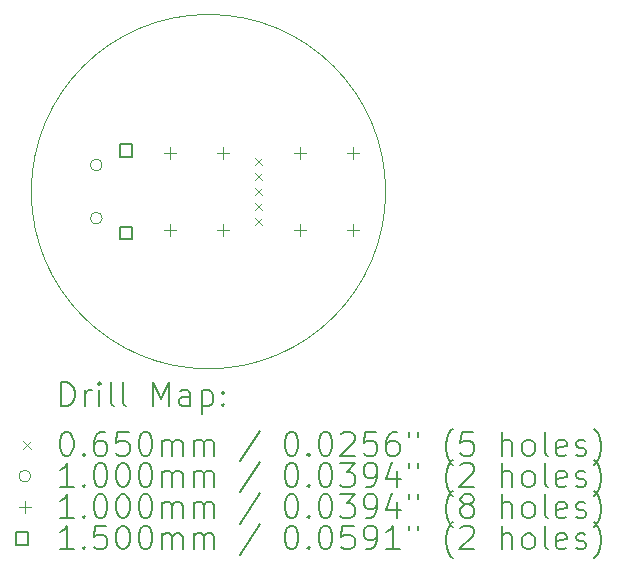
<source format=gbr>
%TF.GenerationSoftware,KiCad,Pcbnew,6.0.11-2627ca5db0~126~ubuntu22.04.1*%
%TF.CreationDate,2024-02-04T10:42:47-08:00*%
%TF.ProjectId,stick-switch,73746963-6b2d-4737-9769-7463682e6b69,rev?*%
%TF.SameCoordinates,Original*%
%TF.FileFunction,Drillmap*%
%TF.FilePolarity,Positive*%
%FSLAX45Y45*%
G04 Gerber Fmt 4.5, Leading zero omitted, Abs format (unit mm)*
G04 Created by KiCad (PCBNEW 6.0.11-2627ca5db0~126~ubuntu22.04.1) date 2024-02-04 10:42:47*
%MOMM*%
%LPD*%
G01*
G04 APERTURE LIST*
%ADD10C,0.100000*%
%ADD11C,0.200000*%
%ADD12C,0.065000*%
%ADD13C,0.099999*%
%ADD14C,0.150012*%
G04 APERTURE END LIST*
D10*
X1500000Y0D02*
G75*
G03*
X1500000Y0I-1500000J0D01*
G01*
D11*
D12*
X392500Y286500D02*
X457500Y221500D01*
X457500Y286500D02*
X392500Y221500D01*
X392500Y159500D02*
X457500Y94500D01*
X457500Y159500D02*
X392500Y94500D01*
X392500Y32500D02*
X457500Y-32500D01*
X457500Y32500D02*
X392500Y-32500D01*
X392500Y-94500D02*
X457500Y-159500D01*
X457500Y-94500D02*
X392500Y-159500D01*
X392500Y-221500D02*
X457500Y-286500D01*
X457500Y-221500D02*
X392500Y-286500D01*
D13*
X-900000Y225000D02*
G75*
G03*
X-900000Y225000I-50000J0D01*
G01*
X-900000Y-225000D02*
G75*
G03*
X-900000Y-225000I-50000J0D01*
G01*
D10*
X-325000Y375000D02*
X-325000Y275000D01*
X-375000Y325000D02*
X-275000Y325000D01*
X-325000Y-275000D02*
X-325000Y-375000D01*
X-375000Y-325000D02*
X-275000Y-325000D01*
X125000Y375000D02*
X125000Y275000D01*
X75000Y325000D02*
X175000Y325000D01*
X125000Y-275000D02*
X125000Y-375000D01*
X75000Y-325000D02*
X175000Y-325000D01*
X775000Y375000D02*
X775000Y275000D01*
X725000Y325000D02*
X825000Y325000D01*
X775000Y-275000D02*
X775000Y-375000D01*
X725000Y-325000D02*
X825000Y-325000D01*
X1225000Y375000D02*
X1225000Y275000D01*
X1175000Y325000D02*
X1275000Y325000D01*
X1225000Y-275000D02*
X1225000Y-375000D01*
X1175000Y-325000D02*
X1275000Y-325000D01*
D14*
X-646962Y296962D02*
X-646962Y403038D01*
X-753038Y403038D01*
X-753038Y296962D01*
X-646962Y296962D01*
X-646962Y-403038D02*
X-646962Y-296962D01*
X-753038Y-296962D01*
X-753038Y-403038D01*
X-646962Y-403038D01*
D11*
X-1247381Y-1815476D02*
X-1247381Y-1615476D01*
X-1199762Y-1615476D01*
X-1171190Y-1625000D01*
X-1152143Y-1644048D01*
X-1142619Y-1663095D01*
X-1133095Y-1701190D01*
X-1133095Y-1729762D01*
X-1142619Y-1767857D01*
X-1152143Y-1786905D01*
X-1171190Y-1805952D01*
X-1199762Y-1815476D01*
X-1247381Y-1815476D01*
X-1047381Y-1815476D02*
X-1047381Y-1682143D01*
X-1047381Y-1720238D02*
X-1037857Y-1701190D01*
X-1028333Y-1691667D01*
X-1009286Y-1682143D01*
X-990238Y-1682143D01*
X-923571Y-1815476D02*
X-923571Y-1682143D01*
X-923571Y-1615476D02*
X-933095Y-1625000D01*
X-923571Y-1634524D01*
X-914048Y-1625000D01*
X-923571Y-1615476D01*
X-923571Y-1634524D01*
X-799762Y-1815476D02*
X-818809Y-1805952D01*
X-828333Y-1786905D01*
X-828333Y-1615476D01*
X-695000Y-1815476D02*
X-714048Y-1805952D01*
X-723571Y-1786905D01*
X-723571Y-1615476D01*
X-466428Y-1815476D02*
X-466428Y-1615476D01*
X-399762Y-1758333D01*
X-333095Y-1615476D01*
X-333095Y-1815476D01*
X-152143Y-1815476D02*
X-152143Y-1710714D01*
X-161667Y-1691667D01*
X-180714Y-1682143D01*
X-218809Y-1682143D01*
X-237857Y-1691667D01*
X-152143Y-1805952D02*
X-171190Y-1815476D01*
X-218809Y-1815476D01*
X-237857Y-1805952D01*
X-247381Y-1786905D01*
X-247381Y-1767857D01*
X-237857Y-1748809D01*
X-218809Y-1739286D01*
X-171190Y-1739286D01*
X-152143Y-1729762D01*
X-56905Y-1682143D02*
X-56905Y-1882143D01*
X-56905Y-1691667D02*
X-37857Y-1682143D01*
X238Y-1682143D01*
X19286Y-1691667D01*
X28809Y-1701190D01*
X38333Y-1720238D01*
X38333Y-1777381D01*
X28809Y-1796428D01*
X19286Y-1805952D01*
X238Y-1815476D01*
X-37857Y-1815476D01*
X-56905Y-1805952D01*
X124048Y-1796428D02*
X133571Y-1805952D01*
X124048Y-1815476D01*
X114524Y-1805952D01*
X124048Y-1796428D01*
X124048Y-1815476D01*
X124048Y-1691667D02*
X133571Y-1701190D01*
X124048Y-1710714D01*
X114524Y-1701190D01*
X124048Y-1691667D01*
X124048Y-1710714D01*
D12*
X-1570000Y-2112500D02*
X-1505000Y-2177500D01*
X-1505000Y-2112500D02*
X-1570000Y-2177500D01*
D11*
X-1209286Y-2035476D02*
X-1190238Y-2035476D01*
X-1171190Y-2045000D01*
X-1161667Y-2054524D01*
X-1152143Y-2073571D01*
X-1142619Y-2111667D01*
X-1142619Y-2159286D01*
X-1152143Y-2197381D01*
X-1161667Y-2216429D01*
X-1171190Y-2225952D01*
X-1190238Y-2235476D01*
X-1209286Y-2235476D01*
X-1228333Y-2225952D01*
X-1237857Y-2216429D01*
X-1247381Y-2197381D01*
X-1256905Y-2159286D01*
X-1256905Y-2111667D01*
X-1247381Y-2073571D01*
X-1237857Y-2054524D01*
X-1228333Y-2045000D01*
X-1209286Y-2035476D01*
X-1056905Y-2216429D02*
X-1047381Y-2225952D01*
X-1056905Y-2235476D01*
X-1066429Y-2225952D01*
X-1056905Y-2216429D01*
X-1056905Y-2235476D01*
X-875952Y-2035476D02*
X-914048Y-2035476D01*
X-933095Y-2045000D01*
X-942619Y-2054524D01*
X-961667Y-2083095D01*
X-971190Y-2121190D01*
X-971190Y-2197381D01*
X-961667Y-2216429D01*
X-952143Y-2225952D01*
X-933095Y-2235476D01*
X-895000Y-2235476D01*
X-875952Y-2225952D01*
X-866428Y-2216429D01*
X-856905Y-2197381D01*
X-856905Y-2149762D01*
X-866428Y-2130714D01*
X-875952Y-2121190D01*
X-895000Y-2111667D01*
X-933095Y-2111667D01*
X-952143Y-2121190D01*
X-961667Y-2130714D01*
X-971190Y-2149762D01*
X-675952Y-2035476D02*
X-771190Y-2035476D01*
X-780714Y-2130714D01*
X-771190Y-2121190D01*
X-752143Y-2111667D01*
X-704524Y-2111667D01*
X-685476Y-2121190D01*
X-675952Y-2130714D01*
X-666429Y-2149762D01*
X-666429Y-2197381D01*
X-675952Y-2216429D01*
X-685476Y-2225952D01*
X-704524Y-2235476D01*
X-752143Y-2235476D01*
X-771190Y-2225952D01*
X-780714Y-2216429D01*
X-542619Y-2035476D02*
X-523571Y-2035476D01*
X-504524Y-2045000D01*
X-495000Y-2054524D01*
X-485476Y-2073571D01*
X-475952Y-2111667D01*
X-475952Y-2159286D01*
X-485476Y-2197381D01*
X-495000Y-2216429D01*
X-504524Y-2225952D01*
X-523571Y-2235476D01*
X-542619Y-2235476D01*
X-561667Y-2225952D01*
X-571190Y-2216429D01*
X-580714Y-2197381D01*
X-590238Y-2159286D01*
X-590238Y-2111667D01*
X-580714Y-2073571D01*
X-571190Y-2054524D01*
X-561667Y-2045000D01*
X-542619Y-2035476D01*
X-390238Y-2235476D02*
X-390238Y-2102143D01*
X-390238Y-2121190D02*
X-380714Y-2111667D01*
X-361667Y-2102143D01*
X-333095Y-2102143D01*
X-314048Y-2111667D01*
X-304524Y-2130714D01*
X-304524Y-2235476D01*
X-304524Y-2130714D02*
X-295000Y-2111667D01*
X-275952Y-2102143D01*
X-247381Y-2102143D01*
X-228333Y-2111667D01*
X-218809Y-2130714D01*
X-218809Y-2235476D01*
X-123571Y-2235476D02*
X-123571Y-2102143D01*
X-123571Y-2121190D02*
X-114048Y-2111667D01*
X-95000Y-2102143D01*
X-66429Y-2102143D01*
X-47381Y-2111667D01*
X-37857Y-2130714D01*
X-37857Y-2235476D01*
X-37857Y-2130714D02*
X-28333Y-2111667D01*
X-9286Y-2102143D01*
X19286Y-2102143D01*
X38333Y-2111667D01*
X47857Y-2130714D01*
X47857Y-2235476D01*
X438333Y-2025952D02*
X266905Y-2283095D01*
X695476Y-2035476D02*
X714524Y-2035476D01*
X733571Y-2045000D01*
X743095Y-2054524D01*
X752619Y-2073571D01*
X762143Y-2111667D01*
X762143Y-2159286D01*
X752619Y-2197381D01*
X743095Y-2216429D01*
X733571Y-2225952D01*
X714524Y-2235476D01*
X695476Y-2235476D01*
X676429Y-2225952D01*
X666905Y-2216429D01*
X657381Y-2197381D01*
X647857Y-2159286D01*
X647857Y-2111667D01*
X657381Y-2073571D01*
X666905Y-2054524D01*
X676429Y-2045000D01*
X695476Y-2035476D01*
X847857Y-2216429D02*
X857381Y-2225952D01*
X847857Y-2235476D01*
X838333Y-2225952D01*
X847857Y-2216429D01*
X847857Y-2235476D01*
X981190Y-2035476D02*
X1000238Y-2035476D01*
X1019286Y-2045000D01*
X1028809Y-2054524D01*
X1038333Y-2073571D01*
X1047857Y-2111667D01*
X1047857Y-2159286D01*
X1038333Y-2197381D01*
X1028809Y-2216429D01*
X1019286Y-2225952D01*
X1000238Y-2235476D01*
X981190Y-2235476D01*
X962143Y-2225952D01*
X952619Y-2216429D01*
X943095Y-2197381D01*
X933571Y-2159286D01*
X933571Y-2111667D01*
X943095Y-2073571D01*
X952619Y-2054524D01*
X962143Y-2045000D01*
X981190Y-2035476D01*
X1124048Y-2054524D02*
X1133571Y-2045000D01*
X1152619Y-2035476D01*
X1200238Y-2035476D01*
X1219286Y-2045000D01*
X1228810Y-2054524D01*
X1238333Y-2073571D01*
X1238333Y-2092619D01*
X1228810Y-2121190D01*
X1114524Y-2235476D01*
X1238333Y-2235476D01*
X1419286Y-2035476D02*
X1324048Y-2035476D01*
X1314524Y-2130714D01*
X1324048Y-2121190D01*
X1343095Y-2111667D01*
X1390714Y-2111667D01*
X1409762Y-2121190D01*
X1419286Y-2130714D01*
X1428809Y-2149762D01*
X1428809Y-2197381D01*
X1419286Y-2216429D01*
X1409762Y-2225952D01*
X1390714Y-2235476D01*
X1343095Y-2235476D01*
X1324048Y-2225952D01*
X1314524Y-2216429D01*
X1600238Y-2035476D02*
X1562143Y-2035476D01*
X1543095Y-2045000D01*
X1533571Y-2054524D01*
X1514524Y-2083095D01*
X1505000Y-2121190D01*
X1505000Y-2197381D01*
X1514524Y-2216429D01*
X1524048Y-2225952D01*
X1543095Y-2235476D01*
X1581190Y-2235476D01*
X1600238Y-2225952D01*
X1609762Y-2216429D01*
X1619286Y-2197381D01*
X1619286Y-2149762D01*
X1609762Y-2130714D01*
X1600238Y-2121190D01*
X1581190Y-2111667D01*
X1543095Y-2111667D01*
X1524048Y-2121190D01*
X1514524Y-2130714D01*
X1505000Y-2149762D01*
X1695476Y-2035476D02*
X1695476Y-2073571D01*
X1771667Y-2035476D02*
X1771667Y-2073571D01*
X2066905Y-2311667D02*
X2057381Y-2302143D01*
X2038333Y-2273571D01*
X2028809Y-2254524D01*
X2019286Y-2225952D01*
X2009762Y-2178333D01*
X2009762Y-2140238D01*
X2019286Y-2092619D01*
X2028809Y-2064048D01*
X2038333Y-2045000D01*
X2057381Y-2016428D01*
X2066905Y-2006905D01*
X2238333Y-2035476D02*
X2143095Y-2035476D01*
X2133571Y-2130714D01*
X2143095Y-2121190D01*
X2162143Y-2111667D01*
X2209762Y-2111667D01*
X2228810Y-2121190D01*
X2238333Y-2130714D01*
X2247857Y-2149762D01*
X2247857Y-2197381D01*
X2238333Y-2216429D01*
X2228810Y-2225952D01*
X2209762Y-2235476D01*
X2162143Y-2235476D01*
X2143095Y-2225952D01*
X2133571Y-2216429D01*
X2485952Y-2235476D02*
X2485952Y-2035476D01*
X2571667Y-2235476D02*
X2571667Y-2130714D01*
X2562143Y-2111667D01*
X2543095Y-2102143D01*
X2514524Y-2102143D01*
X2495476Y-2111667D01*
X2485952Y-2121190D01*
X2695476Y-2235476D02*
X2676429Y-2225952D01*
X2666905Y-2216429D01*
X2657381Y-2197381D01*
X2657381Y-2140238D01*
X2666905Y-2121190D01*
X2676429Y-2111667D01*
X2695476Y-2102143D01*
X2724048Y-2102143D01*
X2743095Y-2111667D01*
X2752619Y-2121190D01*
X2762143Y-2140238D01*
X2762143Y-2197381D01*
X2752619Y-2216429D01*
X2743095Y-2225952D01*
X2724048Y-2235476D01*
X2695476Y-2235476D01*
X2876428Y-2235476D02*
X2857381Y-2225952D01*
X2847857Y-2206905D01*
X2847857Y-2035476D01*
X3028809Y-2225952D02*
X3009762Y-2235476D01*
X2971667Y-2235476D01*
X2952619Y-2225952D01*
X2943095Y-2206905D01*
X2943095Y-2130714D01*
X2952619Y-2111667D01*
X2971667Y-2102143D01*
X3009762Y-2102143D01*
X3028809Y-2111667D01*
X3038333Y-2130714D01*
X3038333Y-2149762D01*
X2943095Y-2168810D01*
X3114524Y-2225952D02*
X3133571Y-2235476D01*
X3171667Y-2235476D01*
X3190714Y-2225952D01*
X3200238Y-2206905D01*
X3200238Y-2197381D01*
X3190714Y-2178333D01*
X3171667Y-2168810D01*
X3143095Y-2168810D01*
X3124048Y-2159286D01*
X3114524Y-2140238D01*
X3114524Y-2130714D01*
X3124048Y-2111667D01*
X3143095Y-2102143D01*
X3171667Y-2102143D01*
X3190714Y-2111667D01*
X3266905Y-2311667D02*
X3276428Y-2302143D01*
X3295476Y-2273571D01*
X3305000Y-2254524D01*
X3314524Y-2225952D01*
X3324048Y-2178333D01*
X3324048Y-2140238D01*
X3314524Y-2092619D01*
X3305000Y-2064048D01*
X3295476Y-2045000D01*
X3276428Y-2016428D01*
X3266905Y-2006905D01*
D13*
X-1505000Y-2409000D02*
G75*
G03*
X-1505000Y-2409000I-50000J0D01*
G01*
D11*
X-1142619Y-2499476D02*
X-1256905Y-2499476D01*
X-1199762Y-2499476D02*
X-1199762Y-2299476D01*
X-1218810Y-2328048D01*
X-1237857Y-2347095D01*
X-1256905Y-2356619D01*
X-1056905Y-2480429D02*
X-1047381Y-2489952D01*
X-1056905Y-2499476D01*
X-1066429Y-2489952D01*
X-1056905Y-2480429D01*
X-1056905Y-2499476D01*
X-923571Y-2299476D02*
X-904524Y-2299476D01*
X-885476Y-2309000D01*
X-875952Y-2318524D01*
X-866428Y-2337571D01*
X-856905Y-2375667D01*
X-856905Y-2423286D01*
X-866428Y-2461381D01*
X-875952Y-2480429D01*
X-885476Y-2489952D01*
X-904524Y-2499476D01*
X-923571Y-2499476D01*
X-942619Y-2489952D01*
X-952143Y-2480429D01*
X-961667Y-2461381D01*
X-971190Y-2423286D01*
X-971190Y-2375667D01*
X-961667Y-2337571D01*
X-952143Y-2318524D01*
X-942619Y-2309000D01*
X-923571Y-2299476D01*
X-733095Y-2299476D02*
X-714048Y-2299476D01*
X-695000Y-2309000D01*
X-685476Y-2318524D01*
X-675952Y-2337571D01*
X-666429Y-2375667D01*
X-666429Y-2423286D01*
X-675952Y-2461381D01*
X-685476Y-2480429D01*
X-695000Y-2489952D01*
X-714048Y-2499476D01*
X-733095Y-2499476D01*
X-752143Y-2489952D01*
X-761667Y-2480429D01*
X-771190Y-2461381D01*
X-780714Y-2423286D01*
X-780714Y-2375667D01*
X-771190Y-2337571D01*
X-761667Y-2318524D01*
X-752143Y-2309000D01*
X-733095Y-2299476D01*
X-542619Y-2299476D02*
X-523571Y-2299476D01*
X-504524Y-2309000D01*
X-495000Y-2318524D01*
X-485476Y-2337571D01*
X-475952Y-2375667D01*
X-475952Y-2423286D01*
X-485476Y-2461381D01*
X-495000Y-2480429D01*
X-504524Y-2489952D01*
X-523571Y-2499476D01*
X-542619Y-2499476D01*
X-561667Y-2489952D01*
X-571190Y-2480429D01*
X-580714Y-2461381D01*
X-590238Y-2423286D01*
X-590238Y-2375667D01*
X-580714Y-2337571D01*
X-571190Y-2318524D01*
X-561667Y-2309000D01*
X-542619Y-2299476D01*
X-390238Y-2499476D02*
X-390238Y-2366143D01*
X-390238Y-2385190D02*
X-380714Y-2375667D01*
X-361667Y-2366143D01*
X-333095Y-2366143D01*
X-314048Y-2375667D01*
X-304524Y-2394714D01*
X-304524Y-2499476D01*
X-304524Y-2394714D02*
X-295000Y-2375667D01*
X-275952Y-2366143D01*
X-247381Y-2366143D01*
X-228333Y-2375667D01*
X-218809Y-2394714D01*
X-218809Y-2499476D01*
X-123571Y-2499476D02*
X-123571Y-2366143D01*
X-123571Y-2385190D02*
X-114048Y-2375667D01*
X-95000Y-2366143D01*
X-66429Y-2366143D01*
X-47381Y-2375667D01*
X-37857Y-2394714D01*
X-37857Y-2499476D01*
X-37857Y-2394714D02*
X-28333Y-2375667D01*
X-9286Y-2366143D01*
X19286Y-2366143D01*
X38333Y-2375667D01*
X47857Y-2394714D01*
X47857Y-2499476D01*
X438333Y-2289952D02*
X266905Y-2547095D01*
X695476Y-2299476D02*
X714524Y-2299476D01*
X733571Y-2309000D01*
X743095Y-2318524D01*
X752619Y-2337571D01*
X762143Y-2375667D01*
X762143Y-2423286D01*
X752619Y-2461381D01*
X743095Y-2480429D01*
X733571Y-2489952D01*
X714524Y-2499476D01*
X695476Y-2499476D01*
X676429Y-2489952D01*
X666905Y-2480429D01*
X657381Y-2461381D01*
X647857Y-2423286D01*
X647857Y-2375667D01*
X657381Y-2337571D01*
X666905Y-2318524D01*
X676429Y-2309000D01*
X695476Y-2299476D01*
X847857Y-2480429D02*
X857381Y-2489952D01*
X847857Y-2499476D01*
X838333Y-2489952D01*
X847857Y-2480429D01*
X847857Y-2499476D01*
X981190Y-2299476D02*
X1000238Y-2299476D01*
X1019286Y-2309000D01*
X1028809Y-2318524D01*
X1038333Y-2337571D01*
X1047857Y-2375667D01*
X1047857Y-2423286D01*
X1038333Y-2461381D01*
X1028809Y-2480429D01*
X1019286Y-2489952D01*
X1000238Y-2499476D01*
X981190Y-2499476D01*
X962143Y-2489952D01*
X952619Y-2480429D01*
X943095Y-2461381D01*
X933571Y-2423286D01*
X933571Y-2375667D01*
X943095Y-2337571D01*
X952619Y-2318524D01*
X962143Y-2309000D01*
X981190Y-2299476D01*
X1114524Y-2299476D02*
X1238333Y-2299476D01*
X1171667Y-2375667D01*
X1200238Y-2375667D01*
X1219286Y-2385190D01*
X1228810Y-2394714D01*
X1238333Y-2413762D01*
X1238333Y-2461381D01*
X1228810Y-2480429D01*
X1219286Y-2489952D01*
X1200238Y-2499476D01*
X1143095Y-2499476D01*
X1124048Y-2489952D01*
X1114524Y-2480429D01*
X1333571Y-2499476D02*
X1371667Y-2499476D01*
X1390714Y-2489952D01*
X1400238Y-2480429D01*
X1419286Y-2451857D01*
X1428809Y-2413762D01*
X1428809Y-2337571D01*
X1419286Y-2318524D01*
X1409762Y-2309000D01*
X1390714Y-2299476D01*
X1352619Y-2299476D01*
X1333571Y-2309000D01*
X1324048Y-2318524D01*
X1314524Y-2337571D01*
X1314524Y-2385190D01*
X1324048Y-2404238D01*
X1333571Y-2413762D01*
X1352619Y-2423286D01*
X1390714Y-2423286D01*
X1409762Y-2413762D01*
X1419286Y-2404238D01*
X1428809Y-2385190D01*
X1600238Y-2366143D02*
X1600238Y-2499476D01*
X1552619Y-2289952D02*
X1505000Y-2432810D01*
X1628809Y-2432810D01*
X1695476Y-2299476D02*
X1695476Y-2337571D01*
X1771667Y-2299476D02*
X1771667Y-2337571D01*
X2066905Y-2575667D02*
X2057381Y-2566143D01*
X2038333Y-2537571D01*
X2028809Y-2518524D01*
X2019286Y-2489952D01*
X2009762Y-2442333D01*
X2009762Y-2404238D01*
X2019286Y-2356619D01*
X2028809Y-2328048D01*
X2038333Y-2309000D01*
X2057381Y-2280429D01*
X2066905Y-2270905D01*
X2133571Y-2318524D02*
X2143095Y-2309000D01*
X2162143Y-2299476D01*
X2209762Y-2299476D01*
X2228810Y-2309000D01*
X2238333Y-2318524D01*
X2247857Y-2337571D01*
X2247857Y-2356619D01*
X2238333Y-2385190D01*
X2124048Y-2499476D01*
X2247857Y-2499476D01*
X2485952Y-2499476D02*
X2485952Y-2299476D01*
X2571667Y-2499476D02*
X2571667Y-2394714D01*
X2562143Y-2375667D01*
X2543095Y-2366143D01*
X2514524Y-2366143D01*
X2495476Y-2375667D01*
X2485952Y-2385190D01*
X2695476Y-2499476D02*
X2676429Y-2489952D01*
X2666905Y-2480429D01*
X2657381Y-2461381D01*
X2657381Y-2404238D01*
X2666905Y-2385190D01*
X2676429Y-2375667D01*
X2695476Y-2366143D01*
X2724048Y-2366143D01*
X2743095Y-2375667D01*
X2752619Y-2385190D01*
X2762143Y-2404238D01*
X2762143Y-2461381D01*
X2752619Y-2480429D01*
X2743095Y-2489952D01*
X2724048Y-2499476D01*
X2695476Y-2499476D01*
X2876428Y-2499476D02*
X2857381Y-2489952D01*
X2847857Y-2470905D01*
X2847857Y-2299476D01*
X3028809Y-2489952D02*
X3009762Y-2499476D01*
X2971667Y-2499476D01*
X2952619Y-2489952D01*
X2943095Y-2470905D01*
X2943095Y-2394714D01*
X2952619Y-2375667D01*
X2971667Y-2366143D01*
X3009762Y-2366143D01*
X3028809Y-2375667D01*
X3038333Y-2394714D01*
X3038333Y-2413762D01*
X2943095Y-2432810D01*
X3114524Y-2489952D02*
X3133571Y-2499476D01*
X3171667Y-2499476D01*
X3190714Y-2489952D01*
X3200238Y-2470905D01*
X3200238Y-2461381D01*
X3190714Y-2442333D01*
X3171667Y-2432810D01*
X3143095Y-2432810D01*
X3124048Y-2423286D01*
X3114524Y-2404238D01*
X3114524Y-2394714D01*
X3124048Y-2375667D01*
X3143095Y-2366143D01*
X3171667Y-2366143D01*
X3190714Y-2375667D01*
X3266905Y-2575667D02*
X3276428Y-2566143D01*
X3295476Y-2537571D01*
X3305000Y-2518524D01*
X3314524Y-2489952D01*
X3324048Y-2442333D01*
X3324048Y-2404238D01*
X3314524Y-2356619D01*
X3305000Y-2328048D01*
X3295476Y-2309000D01*
X3276428Y-2280429D01*
X3266905Y-2270905D01*
D10*
X-1555000Y-2623000D02*
X-1555000Y-2723000D01*
X-1605000Y-2673000D02*
X-1505000Y-2673000D01*
D11*
X-1142619Y-2763476D02*
X-1256905Y-2763476D01*
X-1199762Y-2763476D02*
X-1199762Y-2563476D01*
X-1218810Y-2592048D01*
X-1237857Y-2611095D01*
X-1256905Y-2620619D01*
X-1056905Y-2744429D02*
X-1047381Y-2753952D01*
X-1056905Y-2763476D01*
X-1066429Y-2753952D01*
X-1056905Y-2744429D01*
X-1056905Y-2763476D01*
X-923571Y-2563476D02*
X-904524Y-2563476D01*
X-885476Y-2573000D01*
X-875952Y-2582524D01*
X-866428Y-2601571D01*
X-856905Y-2639667D01*
X-856905Y-2687286D01*
X-866428Y-2725381D01*
X-875952Y-2744429D01*
X-885476Y-2753952D01*
X-904524Y-2763476D01*
X-923571Y-2763476D01*
X-942619Y-2753952D01*
X-952143Y-2744429D01*
X-961667Y-2725381D01*
X-971190Y-2687286D01*
X-971190Y-2639667D01*
X-961667Y-2601571D01*
X-952143Y-2582524D01*
X-942619Y-2573000D01*
X-923571Y-2563476D01*
X-733095Y-2563476D02*
X-714048Y-2563476D01*
X-695000Y-2573000D01*
X-685476Y-2582524D01*
X-675952Y-2601571D01*
X-666429Y-2639667D01*
X-666429Y-2687286D01*
X-675952Y-2725381D01*
X-685476Y-2744429D01*
X-695000Y-2753952D01*
X-714048Y-2763476D01*
X-733095Y-2763476D01*
X-752143Y-2753952D01*
X-761667Y-2744429D01*
X-771190Y-2725381D01*
X-780714Y-2687286D01*
X-780714Y-2639667D01*
X-771190Y-2601571D01*
X-761667Y-2582524D01*
X-752143Y-2573000D01*
X-733095Y-2563476D01*
X-542619Y-2563476D02*
X-523571Y-2563476D01*
X-504524Y-2573000D01*
X-495000Y-2582524D01*
X-485476Y-2601571D01*
X-475952Y-2639667D01*
X-475952Y-2687286D01*
X-485476Y-2725381D01*
X-495000Y-2744429D01*
X-504524Y-2753952D01*
X-523571Y-2763476D01*
X-542619Y-2763476D01*
X-561667Y-2753952D01*
X-571190Y-2744429D01*
X-580714Y-2725381D01*
X-590238Y-2687286D01*
X-590238Y-2639667D01*
X-580714Y-2601571D01*
X-571190Y-2582524D01*
X-561667Y-2573000D01*
X-542619Y-2563476D01*
X-390238Y-2763476D02*
X-390238Y-2630143D01*
X-390238Y-2649190D02*
X-380714Y-2639667D01*
X-361667Y-2630143D01*
X-333095Y-2630143D01*
X-314048Y-2639667D01*
X-304524Y-2658714D01*
X-304524Y-2763476D01*
X-304524Y-2658714D02*
X-295000Y-2639667D01*
X-275952Y-2630143D01*
X-247381Y-2630143D01*
X-228333Y-2639667D01*
X-218809Y-2658714D01*
X-218809Y-2763476D01*
X-123571Y-2763476D02*
X-123571Y-2630143D01*
X-123571Y-2649190D02*
X-114048Y-2639667D01*
X-95000Y-2630143D01*
X-66429Y-2630143D01*
X-47381Y-2639667D01*
X-37857Y-2658714D01*
X-37857Y-2763476D01*
X-37857Y-2658714D02*
X-28333Y-2639667D01*
X-9286Y-2630143D01*
X19286Y-2630143D01*
X38333Y-2639667D01*
X47857Y-2658714D01*
X47857Y-2763476D01*
X438333Y-2553952D02*
X266905Y-2811095D01*
X695476Y-2563476D02*
X714524Y-2563476D01*
X733571Y-2573000D01*
X743095Y-2582524D01*
X752619Y-2601571D01*
X762143Y-2639667D01*
X762143Y-2687286D01*
X752619Y-2725381D01*
X743095Y-2744429D01*
X733571Y-2753952D01*
X714524Y-2763476D01*
X695476Y-2763476D01*
X676429Y-2753952D01*
X666905Y-2744429D01*
X657381Y-2725381D01*
X647857Y-2687286D01*
X647857Y-2639667D01*
X657381Y-2601571D01*
X666905Y-2582524D01*
X676429Y-2573000D01*
X695476Y-2563476D01*
X847857Y-2744429D02*
X857381Y-2753952D01*
X847857Y-2763476D01*
X838333Y-2753952D01*
X847857Y-2744429D01*
X847857Y-2763476D01*
X981190Y-2563476D02*
X1000238Y-2563476D01*
X1019286Y-2573000D01*
X1028809Y-2582524D01*
X1038333Y-2601571D01*
X1047857Y-2639667D01*
X1047857Y-2687286D01*
X1038333Y-2725381D01*
X1028809Y-2744429D01*
X1019286Y-2753952D01*
X1000238Y-2763476D01*
X981190Y-2763476D01*
X962143Y-2753952D01*
X952619Y-2744429D01*
X943095Y-2725381D01*
X933571Y-2687286D01*
X933571Y-2639667D01*
X943095Y-2601571D01*
X952619Y-2582524D01*
X962143Y-2573000D01*
X981190Y-2563476D01*
X1114524Y-2563476D02*
X1238333Y-2563476D01*
X1171667Y-2639667D01*
X1200238Y-2639667D01*
X1219286Y-2649190D01*
X1228810Y-2658714D01*
X1238333Y-2677762D01*
X1238333Y-2725381D01*
X1228810Y-2744429D01*
X1219286Y-2753952D01*
X1200238Y-2763476D01*
X1143095Y-2763476D01*
X1124048Y-2753952D01*
X1114524Y-2744429D01*
X1333571Y-2763476D02*
X1371667Y-2763476D01*
X1390714Y-2753952D01*
X1400238Y-2744429D01*
X1419286Y-2715857D01*
X1428809Y-2677762D01*
X1428809Y-2601571D01*
X1419286Y-2582524D01*
X1409762Y-2573000D01*
X1390714Y-2563476D01*
X1352619Y-2563476D01*
X1333571Y-2573000D01*
X1324048Y-2582524D01*
X1314524Y-2601571D01*
X1314524Y-2649190D01*
X1324048Y-2668238D01*
X1333571Y-2677762D01*
X1352619Y-2687286D01*
X1390714Y-2687286D01*
X1409762Y-2677762D01*
X1419286Y-2668238D01*
X1428809Y-2649190D01*
X1600238Y-2630143D02*
X1600238Y-2763476D01*
X1552619Y-2553952D02*
X1505000Y-2696810D01*
X1628809Y-2696810D01*
X1695476Y-2563476D02*
X1695476Y-2601571D01*
X1771667Y-2563476D02*
X1771667Y-2601571D01*
X2066905Y-2839667D02*
X2057381Y-2830143D01*
X2038333Y-2801571D01*
X2028809Y-2782524D01*
X2019286Y-2753952D01*
X2009762Y-2706333D01*
X2009762Y-2668238D01*
X2019286Y-2620619D01*
X2028809Y-2592048D01*
X2038333Y-2573000D01*
X2057381Y-2544429D01*
X2066905Y-2534905D01*
X2171667Y-2649190D02*
X2152619Y-2639667D01*
X2143095Y-2630143D01*
X2133571Y-2611095D01*
X2133571Y-2601571D01*
X2143095Y-2582524D01*
X2152619Y-2573000D01*
X2171667Y-2563476D01*
X2209762Y-2563476D01*
X2228810Y-2573000D01*
X2238333Y-2582524D01*
X2247857Y-2601571D01*
X2247857Y-2611095D01*
X2238333Y-2630143D01*
X2228810Y-2639667D01*
X2209762Y-2649190D01*
X2171667Y-2649190D01*
X2152619Y-2658714D01*
X2143095Y-2668238D01*
X2133571Y-2687286D01*
X2133571Y-2725381D01*
X2143095Y-2744429D01*
X2152619Y-2753952D01*
X2171667Y-2763476D01*
X2209762Y-2763476D01*
X2228810Y-2753952D01*
X2238333Y-2744429D01*
X2247857Y-2725381D01*
X2247857Y-2687286D01*
X2238333Y-2668238D01*
X2228810Y-2658714D01*
X2209762Y-2649190D01*
X2485952Y-2763476D02*
X2485952Y-2563476D01*
X2571667Y-2763476D02*
X2571667Y-2658714D01*
X2562143Y-2639667D01*
X2543095Y-2630143D01*
X2514524Y-2630143D01*
X2495476Y-2639667D01*
X2485952Y-2649190D01*
X2695476Y-2763476D02*
X2676429Y-2753952D01*
X2666905Y-2744429D01*
X2657381Y-2725381D01*
X2657381Y-2668238D01*
X2666905Y-2649190D01*
X2676429Y-2639667D01*
X2695476Y-2630143D01*
X2724048Y-2630143D01*
X2743095Y-2639667D01*
X2752619Y-2649190D01*
X2762143Y-2668238D01*
X2762143Y-2725381D01*
X2752619Y-2744429D01*
X2743095Y-2753952D01*
X2724048Y-2763476D01*
X2695476Y-2763476D01*
X2876428Y-2763476D02*
X2857381Y-2753952D01*
X2847857Y-2734905D01*
X2847857Y-2563476D01*
X3028809Y-2753952D02*
X3009762Y-2763476D01*
X2971667Y-2763476D01*
X2952619Y-2753952D01*
X2943095Y-2734905D01*
X2943095Y-2658714D01*
X2952619Y-2639667D01*
X2971667Y-2630143D01*
X3009762Y-2630143D01*
X3028809Y-2639667D01*
X3038333Y-2658714D01*
X3038333Y-2677762D01*
X2943095Y-2696810D01*
X3114524Y-2753952D02*
X3133571Y-2763476D01*
X3171667Y-2763476D01*
X3190714Y-2753952D01*
X3200238Y-2734905D01*
X3200238Y-2725381D01*
X3190714Y-2706333D01*
X3171667Y-2696810D01*
X3143095Y-2696810D01*
X3124048Y-2687286D01*
X3114524Y-2668238D01*
X3114524Y-2658714D01*
X3124048Y-2639667D01*
X3143095Y-2630143D01*
X3171667Y-2630143D01*
X3190714Y-2639667D01*
X3266905Y-2839667D02*
X3276428Y-2830143D01*
X3295476Y-2801571D01*
X3305000Y-2782524D01*
X3314524Y-2753952D01*
X3324048Y-2706333D01*
X3324048Y-2668238D01*
X3314524Y-2620619D01*
X3305000Y-2592048D01*
X3295476Y-2573000D01*
X3276428Y-2544429D01*
X3266905Y-2534905D01*
D14*
X-1526968Y-2990038D02*
X-1526968Y-2883962D01*
X-1633044Y-2883962D01*
X-1633044Y-2990038D01*
X-1526968Y-2990038D01*
D11*
X-1142619Y-3027476D02*
X-1256905Y-3027476D01*
X-1199762Y-3027476D02*
X-1199762Y-2827476D01*
X-1218810Y-2856048D01*
X-1237857Y-2875095D01*
X-1256905Y-2884619D01*
X-1056905Y-3008428D02*
X-1047381Y-3017952D01*
X-1056905Y-3027476D01*
X-1066429Y-3017952D01*
X-1056905Y-3008428D01*
X-1056905Y-3027476D01*
X-866428Y-2827476D02*
X-961667Y-2827476D01*
X-971190Y-2922714D01*
X-961667Y-2913190D01*
X-942619Y-2903667D01*
X-895000Y-2903667D01*
X-875952Y-2913190D01*
X-866428Y-2922714D01*
X-856905Y-2941762D01*
X-856905Y-2989381D01*
X-866428Y-3008428D01*
X-875952Y-3017952D01*
X-895000Y-3027476D01*
X-942619Y-3027476D01*
X-961667Y-3017952D01*
X-971190Y-3008428D01*
X-733095Y-2827476D02*
X-714048Y-2827476D01*
X-695000Y-2837000D01*
X-685476Y-2846524D01*
X-675952Y-2865571D01*
X-666429Y-2903667D01*
X-666429Y-2951286D01*
X-675952Y-2989381D01*
X-685476Y-3008428D01*
X-695000Y-3017952D01*
X-714048Y-3027476D01*
X-733095Y-3027476D01*
X-752143Y-3017952D01*
X-761667Y-3008428D01*
X-771190Y-2989381D01*
X-780714Y-2951286D01*
X-780714Y-2903667D01*
X-771190Y-2865571D01*
X-761667Y-2846524D01*
X-752143Y-2837000D01*
X-733095Y-2827476D01*
X-542619Y-2827476D02*
X-523571Y-2827476D01*
X-504524Y-2837000D01*
X-495000Y-2846524D01*
X-485476Y-2865571D01*
X-475952Y-2903667D01*
X-475952Y-2951286D01*
X-485476Y-2989381D01*
X-495000Y-3008428D01*
X-504524Y-3017952D01*
X-523571Y-3027476D01*
X-542619Y-3027476D01*
X-561667Y-3017952D01*
X-571190Y-3008428D01*
X-580714Y-2989381D01*
X-590238Y-2951286D01*
X-590238Y-2903667D01*
X-580714Y-2865571D01*
X-571190Y-2846524D01*
X-561667Y-2837000D01*
X-542619Y-2827476D01*
X-390238Y-3027476D02*
X-390238Y-2894143D01*
X-390238Y-2913190D02*
X-380714Y-2903667D01*
X-361667Y-2894143D01*
X-333095Y-2894143D01*
X-314048Y-2903667D01*
X-304524Y-2922714D01*
X-304524Y-3027476D01*
X-304524Y-2922714D02*
X-295000Y-2903667D01*
X-275952Y-2894143D01*
X-247381Y-2894143D01*
X-228333Y-2903667D01*
X-218809Y-2922714D01*
X-218809Y-3027476D01*
X-123571Y-3027476D02*
X-123571Y-2894143D01*
X-123571Y-2913190D02*
X-114048Y-2903667D01*
X-95000Y-2894143D01*
X-66429Y-2894143D01*
X-47381Y-2903667D01*
X-37857Y-2922714D01*
X-37857Y-3027476D01*
X-37857Y-2922714D02*
X-28333Y-2903667D01*
X-9286Y-2894143D01*
X19286Y-2894143D01*
X38333Y-2903667D01*
X47857Y-2922714D01*
X47857Y-3027476D01*
X438333Y-2817952D02*
X266905Y-3075095D01*
X695476Y-2827476D02*
X714524Y-2827476D01*
X733571Y-2837000D01*
X743095Y-2846524D01*
X752619Y-2865571D01*
X762143Y-2903667D01*
X762143Y-2951286D01*
X752619Y-2989381D01*
X743095Y-3008428D01*
X733571Y-3017952D01*
X714524Y-3027476D01*
X695476Y-3027476D01*
X676429Y-3017952D01*
X666905Y-3008428D01*
X657381Y-2989381D01*
X647857Y-2951286D01*
X647857Y-2903667D01*
X657381Y-2865571D01*
X666905Y-2846524D01*
X676429Y-2837000D01*
X695476Y-2827476D01*
X847857Y-3008428D02*
X857381Y-3017952D01*
X847857Y-3027476D01*
X838333Y-3017952D01*
X847857Y-3008428D01*
X847857Y-3027476D01*
X981190Y-2827476D02*
X1000238Y-2827476D01*
X1019286Y-2837000D01*
X1028809Y-2846524D01*
X1038333Y-2865571D01*
X1047857Y-2903667D01*
X1047857Y-2951286D01*
X1038333Y-2989381D01*
X1028809Y-3008428D01*
X1019286Y-3017952D01*
X1000238Y-3027476D01*
X981190Y-3027476D01*
X962143Y-3017952D01*
X952619Y-3008428D01*
X943095Y-2989381D01*
X933571Y-2951286D01*
X933571Y-2903667D01*
X943095Y-2865571D01*
X952619Y-2846524D01*
X962143Y-2837000D01*
X981190Y-2827476D01*
X1228810Y-2827476D02*
X1133571Y-2827476D01*
X1124048Y-2922714D01*
X1133571Y-2913190D01*
X1152619Y-2903667D01*
X1200238Y-2903667D01*
X1219286Y-2913190D01*
X1228810Y-2922714D01*
X1238333Y-2941762D01*
X1238333Y-2989381D01*
X1228810Y-3008428D01*
X1219286Y-3017952D01*
X1200238Y-3027476D01*
X1152619Y-3027476D01*
X1133571Y-3017952D01*
X1124048Y-3008428D01*
X1333571Y-3027476D02*
X1371667Y-3027476D01*
X1390714Y-3017952D01*
X1400238Y-3008428D01*
X1419286Y-2979857D01*
X1428809Y-2941762D01*
X1428809Y-2865571D01*
X1419286Y-2846524D01*
X1409762Y-2837000D01*
X1390714Y-2827476D01*
X1352619Y-2827476D01*
X1333571Y-2837000D01*
X1324048Y-2846524D01*
X1314524Y-2865571D01*
X1314524Y-2913190D01*
X1324048Y-2932238D01*
X1333571Y-2941762D01*
X1352619Y-2951286D01*
X1390714Y-2951286D01*
X1409762Y-2941762D01*
X1419286Y-2932238D01*
X1428809Y-2913190D01*
X1619286Y-3027476D02*
X1505000Y-3027476D01*
X1562143Y-3027476D02*
X1562143Y-2827476D01*
X1543095Y-2856048D01*
X1524048Y-2875095D01*
X1505000Y-2884619D01*
X1695476Y-2827476D02*
X1695476Y-2865571D01*
X1771667Y-2827476D02*
X1771667Y-2865571D01*
X2066905Y-3103667D02*
X2057381Y-3094143D01*
X2038333Y-3065571D01*
X2028809Y-3046524D01*
X2019286Y-3017952D01*
X2009762Y-2970333D01*
X2009762Y-2932238D01*
X2019286Y-2884619D01*
X2028809Y-2856048D01*
X2038333Y-2837000D01*
X2057381Y-2808428D01*
X2066905Y-2798905D01*
X2133571Y-2846524D02*
X2143095Y-2837000D01*
X2162143Y-2827476D01*
X2209762Y-2827476D01*
X2228810Y-2837000D01*
X2238333Y-2846524D01*
X2247857Y-2865571D01*
X2247857Y-2884619D01*
X2238333Y-2913190D01*
X2124048Y-3027476D01*
X2247857Y-3027476D01*
X2485952Y-3027476D02*
X2485952Y-2827476D01*
X2571667Y-3027476D02*
X2571667Y-2922714D01*
X2562143Y-2903667D01*
X2543095Y-2894143D01*
X2514524Y-2894143D01*
X2495476Y-2903667D01*
X2485952Y-2913190D01*
X2695476Y-3027476D02*
X2676429Y-3017952D01*
X2666905Y-3008428D01*
X2657381Y-2989381D01*
X2657381Y-2932238D01*
X2666905Y-2913190D01*
X2676429Y-2903667D01*
X2695476Y-2894143D01*
X2724048Y-2894143D01*
X2743095Y-2903667D01*
X2752619Y-2913190D01*
X2762143Y-2932238D01*
X2762143Y-2989381D01*
X2752619Y-3008428D01*
X2743095Y-3017952D01*
X2724048Y-3027476D01*
X2695476Y-3027476D01*
X2876428Y-3027476D02*
X2857381Y-3017952D01*
X2847857Y-2998905D01*
X2847857Y-2827476D01*
X3028809Y-3017952D02*
X3009762Y-3027476D01*
X2971667Y-3027476D01*
X2952619Y-3017952D01*
X2943095Y-2998905D01*
X2943095Y-2922714D01*
X2952619Y-2903667D01*
X2971667Y-2894143D01*
X3009762Y-2894143D01*
X3028809Y-2903667D01*
X3038333Y-2922714D01*
X3038333Y-2941762D01*
X2943095Y-2960809D01*
X3114524Y-3017952D02*
X3133571Y-3027476D01*
X3171667Y-3027476D01*
X3190714Y-3017952D01*
X3200238Y-2998905D01*
X3200238Y-2989381D01*
X3190714Y-2970333D01*
X3171667Y-2960809D01*
X3143095Y-2960809D01*
X3124048Y-2951286D01*
X3114524Y-2932238D01*
X3114524Y-2922714D01*
X3124048Y-2903667D01*
X3143095Y-2894143D01*
X3171667Y-2894143D01*
X3190714Y-2903667D01*
X3266905Y-3103667D02*
X3276428Y-3094143D01*
X3295476Y-3065571D01*
X3305000Y-3046524D01*
X3314524Y-3017952D01*
X3324048Y-2970333D01*
X3324048Y-2932238D01*
X3314524Y-2884619D01*
X3305000Y-2856048D01*
X3295476Y-2837000D01*
X3276428Y-2808428D01*
X3266905Y-2798905D01*
M02*

</source>
